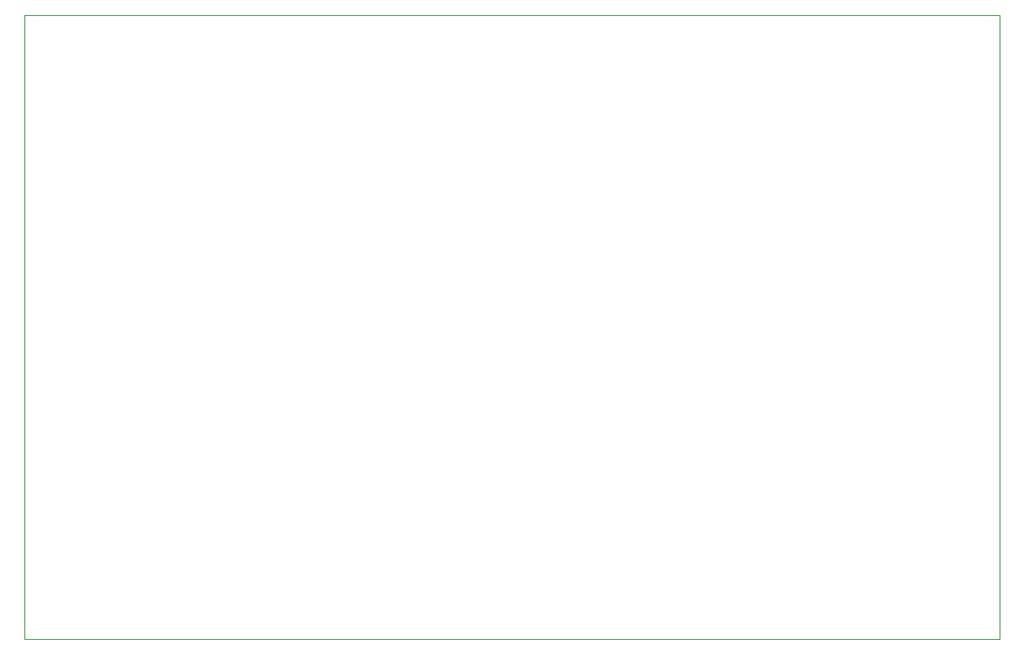
<source format=gbr>
%TF.GenerationSoftware,KiCad,Pcbnew,(5.1.9-0-10_14)*%
%TF.CreationDate,2021-07-04T10:57:11-04:00*%
%TF.ProjectId,register-smd,72656769-7374-4657-922d-736d642e6b69,rev?*%
%TF.SameCoordinates,Original*%
%TF.FileFunction,Profile,NP*%
%FSLAX46Y46*%
G04 Gerber Fmt 4.6, Leading zero omitted, Abs format (unit mm)*
G04 Created by KiCad (PCBNEW (5.1.9-0-10_14)) date 2021-07-04 10:57:11*
%MOMM*%
%LPD*%
G01*
G04 APERTURE LIST*
%TA.AperFunction,Profile*%
%ADD10C,0.050000*%
%TD*%
G04 APERTURE END LIST*
D10*
X150622000Y-109220000D02*
X147066000Y-109220000D01*
X150622000Y-46482000D02*
X150622000Y-109220000D01*
X147066000Y-46482000D02*
X150622000Y-46482000D01*
X52578000Y-109220000D02*
X52578000Y-46482000D01*
X147066000Y-109220000D02*
X52578000Y-109220000D01*
X147066000Y-46482000D02*
X52578000Y-46482000D01*
M02*

</source>
